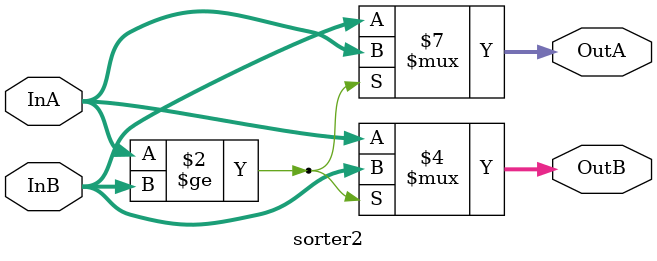
<source format=v>
module sorter2 (input [3:0] InA, InB, output reg [3:0] OutA, OutB);

	always @(*) begin	
		if (InA >= InB) begin
			OutA = InA;
			OutB = InB;
		end
		
		else begin
			OutA = InB;
			OutB = InA;
		end
			
	end

endmodule
</source>
